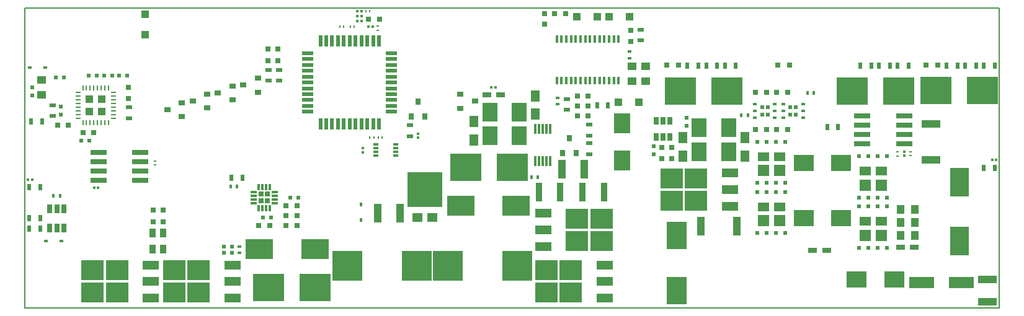
<source format=gbr>
G04 #@! TF.FileFunction,Paste,Top*
%FSLAX46Y46*%
G04 Gerber Fmt 4.6, Leading zero omitted, Abs format (unit mm)*
G04 Created by KiCad (PCBNEW 4.0.7) date 06/14/18 16:52:46*
%MOMM*%
%LPD*%
G01*
G04 APERTURE LIST*
%ADD10C,0.100000*%
%ADD11C,0.150000*%
%ADD12R,0.600000X0.500000*%
%ADD13R,0.500000X0.600000*%
%ADD14R,0.900000X0.500000*%
%ADD15R,0.750000X0.800000*%
%ADD16R,0.800000X0.750000*%
%ADD17R,1.250000X1.000000*%
%ADD18R,0.500000X0.900000*%
%ADD19R,0.700000X0.250000*%
%ADD20R,0.250000X0.700000*%
%ADD21R,1.035000X1.035000*%
%ADD22R,4.100000X4.100000*%
%ADD23R,0.300000X0.350000*%
%ADD24R,0.350000X0.300000*%
%ADD25R,3.750000X2.700000*%
%ADD26R,2.700000X3.750000*%
%ADD27R,3.500000X1.600000*%
%ADD28R,2.500000X1.000000*%
%ADD29R,2.500000X4.000000*%
%ADD30R,1.000000X1.250000*%
%ADD31R,0.800000X0.800000*%
%ADD32R,1.100000X1.100000*%
%ADD33R,0.900000X0.800000*%
%ADD34R,1.400000X1.270000*%
%ADD35R,4.720000X4.800000*%
%ADD36R,4.241800X3.810000*%
%ADD37R,0.300000X1.450000*%
%ADD38R,0.280000X0.430000*%
%ADD39R,0.900000X2.500000*%
%ADD40R,2.200000X2.700000*%
%ADD41R,2.700000X2.200000*%
%ADD42R,0.630000X0.450000*%
%ADD43R,0.480000X0.630000*%
%ADD44R,1.570000X1.235000*%
%ADD45R,1.570000X1.585000*%
%ADD46R,0.490000X0.490000*%
%ADD47R,0.800000X0.900000*%
%ADD48R,2.200000X1.200000*%
%ADD49R,3.050000X2.750000*%
%ADD50R,0.430000X0.280000*%
%ADD51R,0.400000X0.600000*%
%ADD52R,0.600000X0.400000*%
%ADD53R,1.000000X2.500000*%
%ADD54R,2.199640X0.797560*%
%ADD55R,0.550000X1.500000*%
%ADD56R,1.500000X0.550000*%
%ADD57R,0.650000X1.220000*%
%ADD58R,0.813000X0.305000*%
%ADD59R,0.305000X0.813000*%
%ADD60R,0.700000X0.700000*%
%ADD61R,0.650000X1.060000*%
%ADD62R,0.400000X1.100000*%
%ADD63R,0.749300X0.299720*%
%ADD64R,0.600000X0.450000*%
%ADD65R,0.450000X0.600000*%
%ADD66R,0.900000X1.200000*%
%ADD67R,1.250000X1.500000*%
%ADD68R,1.200000X0.750000*%
%ADD69R,2.000000X2.500000*%
G04 APERTURE END LIST*
D10*
D11*
X25000000Y-164000000D02*
X25000000Y-123000000D01*
X158000000Y-164000000D02*
X25000000Y-164000000D01*
X158000000Y-123000000D02*
X158000000Y-164000000D01*
X25000000Y-123000000D02*
X158000000Y-123000000D01*
D12*
X35790000Y-132250000D03*
X36890000Y-132250000D03*
D13*
X29920000Y-137570000D03*
X29920000Y-136470000D03*
D12*
X30310000Y-132540000D03*
X29210000Y-132540000D03*
X33740000Y-132250000D03*
X34840000Y-132250000D03*
X37840000Y-132250000D03*
X38940000Y-132250000D03*
X32710000Y-141110000D03*
X33810000Y-141110000D03*
D14*
X28770000Y-137790000D03*
X28770000Y-136290000D03*
D15*
X39150000Y-133870000D03*
X39150000Y-135370000D03*
D16*
X29440000Y-139000000D03*
X30940000Y-139000000D03*
D17*
X27310000Y-134880000D03*
X27310000Y-132880000D03*
D18*
X27330000Y-138540000D03*
X25830000Y-138540000D03*
D14*
X39200000Y-136570000D03*
X39200000Y-138070000D03*
D19*
X32250000Y-134560000D03*
X32250000Y-135060000D03*
X32250000Y-135560000D03*
X32250000Y-136060000D03*
X32250000Y-136560000D03*
X32250000Y-137060000D03*
X32250000Y-137560000D03*
X32250000Y-138060000D03*
D20*
X32900000Y-138710000D03*
X33400000Y-138710000D03*
X33900000Y-138710000D03*
X34400000Y-138710000D03*
X34900000Y-138710000D03*
X35400000Y-138710000D03*
X35900000Y-138710000D03*
X36400000Y-138710000D03*
D19*
X37050000Y-138060000D03*
X37050000Y-137560000D03*
X37050000Y-137060000D03*
X37050000Y-136560000D03*
X37050000Y-136060000D03*
X37050000Y-135560000D03*
X37050000Y-135060000D03*
X37050000Y-134560000D03*
D20*
X36400000Y-133910000D03*
X35900000Y-133910000D03*
X35400000Y-133910000D03*
X34900000Y-133910000D03*
X34400000Y-133910000D03*
X33900000Y-133910000D03*
X33400000Y-133910000D03*
X32900000Y-133910000D03*
D21*
X35512500Y-137172500D03*
X35512500Y-135447500D03*
X33787500Y-137172500D03*
X33787500Y-135447500D03*
D22*
X78500000Y-158250000D03*
X69000000Y-158250000D03*
D23*
X35010000Y-147590000D03*
X34450000Y-147590000D03*
D24*
X145040000Y-142640000D03*
X145040000Y-143200000D03*
D23*
X70920000Y-123420000D03*
X70360000Y-123420000D03*
X70920000Y-124120000D03*
X70360000Y-124120000D03*
X70920000Y-124820000D03*
X70360000Y-124820000D03*
D16*
X71920000Y-124530000D03*
X73420000Y-124530000D03*
D23*
X71920000Y-125560000D03*
X72480000Y-125560000D03*
D24*
X71090000Y-142180000D03*
X71090000Y-142740000D03*
X78670000Y-140750000D03*
X78670000Y-140190000D03*
D16*
X62130000Y-151410000D03*
X60630000Y-151410000D03*
D12*
X61230000Y-148960000D03*
X62330000Y-148960000D03*
D16*
X62130000Y-150060000D03*
X60630000Y-150060000D03*
X62130000Y-152760000D03*
X60630000Y-152760000D03*
D12*
X57520000Y-151650000D03*
X58620000Y-151650000D03*
D16*
X58430000Y-152750000D03*
X56930000Y-152750000D03*
D25*
X64565000Y-155960000D03*
X57015000Y-155960000D03*
D12*
X52190000Y-156450000D03*
X53290000Y-156450000D03*
X52190000Y-155600000D03*
X53290000Y-155600000D03*
D26*
X113990000Y-161625000D03*
X113990000Y-154075000D03*
D25*
X84515000Y-150050000D03*
X92065000Y-150050000D03*
D23*
X88670000Y-133890000D03*
X89230000Y-133890000D03*
D15*
X113250000Y-142100000D03*
X113250000Y-143600000D03*
X111900000Y-142100000D03*
X111900000Y-143600000D03*
D13*
X110800000Y-143000000D03*
X110800000Y-141900000D03*
X115290000Y-137980000D03*
X115290000Y-139080000D03*
D16*
X127610000Y-139640000D03*
X129110000Y-139640000D03*
X126250000Y-134540000D03*
X124750000Y-134540000D03*
X127600000Y-134540000D03*
X129100000Y-134540000D03*
X126260000Y-139640000D03*
X124760000Y-139640000D03*
D23*
X157040000Y-143780000D03*
X157600000Y-143780000D03*
D16*
X98820000Y-123750000D03*
X97320000Y-123750000D03*
D15*
X95970000Y-123750000D03*
X95970000Y-125250000D03*
D27*
X147440000Y-160510000D03*
X152840000Y-160510000D03*
D17*
X109740000Y-133010000D03*
X109740000Y-131010000D03*
X107910000Y-133010000D03*
X107910000Y-131010000D03*
D16*
X100390000Y-136390000D03*
X101890000Y-136390000D03*
D28*
X156400000Y-163150000D03*
X156400000Y-160150000D03*
D29*
X152590000Y-146820000D03*
X152590000Y-154820000D03*
D30*
X144490000Y-154130000D03*
X146490000Y-154130000D03*
X144490000Y-152330000D03*
X146490000Y-152330000D03*
X144490000Y-150530000D03*
X146490000Y-150530000D03*
D16*
X100380000Y-135030000D03*
X101880000Y-135030000D03*
X100390000Y-137750000D03*
X101890000Y-137750000D03*
D15*
X107680000Y-127610000D03*
X107680000Y-126110000D03*
D31*
X59540000Y-130250000D03*
X59540000Y-128650000D03*
D32*
X41400000Y-126700000D03*
X41400000Y-123900000D03*
D33*
X46430000Y-137840000D03*
X46430000Y-135940000D03*
X44430000Y-136890000D03*
X49890000Y-136690000D03*
X49890000Y-134790000D03*
X47890000Y-135740000D03*
X53340000Y-135590000D03*
X53340000Y-133690000D03*
X51340000Y-134640000D03*
X56790000Y-134500000D03*
X56790000Y-132600000D03*
X54790000Y-133550000D03*
D34*
X80620000Y-151660000D03*
D35*
X79580000Y-147860000D03*
D34*
X78540000Y-151660000D03*
D31*
X114240000Y-130850000D03*
X112640000Y-130850000D03*
X58190000Y-130250000D03*
X58190000Y-128650000D03*
X149600000Y-130850000D03*
X148000000Y-130850000D03*
X129360000Y-130850000D03*
X127760000Y-130850000D03*
D32*
X100320000Y-124250000D03*
X103120000Y-124250000D03*
X107560000Y-124250000D03*
X104760000Y-124250000D03*
X105970000Y-135890000D03*
X108770000Y-135890000D03*
D36*
X58272300Y-161210000D03*
X64647700Y-161210000D03*
X120817700Y-134340000D03*
X114442300Y-134340000D03*
X149322300Y-134320000D03*
X155697700Y-134320000D03*
X137892300Y-134330000D03*
X144267700Y-134330000D03*
D37*
X96670000Y-139530000D03*
X96170000Y-139530000D03*
X95670000Y-139530000D03*
X95170000Y-139530000D03*
X94670000Y-139530000D03*
X94670000Y-143930000D03*
X95170000Y-143930000D03*
X95670000Y-143930000D03*
X96170000Y-143930000D03*
X96670000Y-143930000D03*
D38*
X71560000Y-123470000D03*
X72080000Y-123470000D03*
D39*
X98040000Y-148200000D03*
X95140000Y-148200000D03*
D22*
X92240000Y-158250000D03*
X82740000Y-158250000D03*
D39*
X101120000Y-148200000D03*
X104020000Y-148200000D03*
D40*
X106500000Y-143850000D03*
X106500000Y-138750000D03*
D41*
X136400000Y-144150000D03*
X131300000Y-144150000D03*
X136400000Y-151700000D03*
X131300000Y-151700000D03*
X143650000Y-160150000D03*
X138550000Y-160150000D03*
D42*
X131200000Y-138040000D03*
X131200000Y-137090000D03*
X131200000Y-136140000D03*
X128520000Y-136140000D03*
X128520000Y-137090000D03*
X128520000Y-138040000D03*
D43*
X129460000Y-136565000D03*
X129460000Y-137615000D03*
X130260000Y-136565000D03*
X130260000Y-137615000D03*
D42*
X127350000Y-138040000D03*
X127350000Y-137090000D03*
X127350000Y-136140000D03*
X124670000Y-136140000D03*
X124670000Y-137090000D03*
X124670000Y-138040000D03*
D43*
X125610000Y-136565000D03*
X125610000Y-137615000D03*
X126410000Y-136565000D03*
X126410000Y-137615000D03*
D44*
X127995000Y-150162500D03*
X125805000Y-150162500D03*
D45*
X127995000Y-152072500D03*
X125805000Y-152072500D03*
D46*
X126265000Y-148160000D03*
X127535000Y-148160000D03*
X128805000Y-148160000D03*
X124995000Y-148160000D03*
X124995000Y-153760000D03*
X128805000Y-153760000D03*
X127535000Y-153760000D03*
X126265000Y-153760000D03*
D44*
X127995000Y-143312500D03*
X125805000Y-143312500D03*
D45*
X127995000Y-145222500D03*
X125805000Y-145222500D03*
D46*
X126265000Y-141310000D03*
X127535000Y-141310000D03*
X128805000Y-141310000D03*
X124995000Y-141310000D03*
X124995000Y-146910000D03*
X128805000Y-146910000D03*
X127535000Y-146910000D03*
X126265000Y-146910000D03*
D44*
X141885000Y-152152500D03*
X139695000Y-152152500D03*
D45*
X141885000Y-154062500D03*
X139695000Y-154062500D03*
D46*
X140155000Y-150150000D03*
X141425000Y-150150000D03*
X142695000Y-150150000D03*
X138885000Y-150150000D03*
X138885000Y-155750000D03*
X142695000Y-155750000D03*
X141425000Y-155750000D03*
X140155000Y-155750000D03*
D44*
X141885000Y-145302500D03*
X139695000Y-145302500D03*
D45*
X141885000Y-147212500D03*
X139695000Y-147212500D03*
D46*
X140155000Y-143300000D03*
X141425000Y-143300000D03*
X142695000Y-143300000D03*
X138885000Y-143300000D03*
X138885000Y-148900000D03*
X142695000Y-148900000D03*
X141425000Y-148900000D03*
X140155000Y-148900000D03*
D47*
X77690000Y-137800000D03*
X79590000Y-137800000D03*
X78640000Y-135800000D03*
D48*
X53340000Y-162680000D03*
X53340000Y-160400000D03*
X53340000Y-158120000D03*
D49*
X45365000Y-158875000D03*
X48715000Y-161925000D03*
X45365000Y-161925000D03*
X48715000Y-158875000D03*
D48*
X42190000Y-162680000D03*
X42190000Y-160400000D03*
X42190000Y-158120000D03*
D49*
X34215000Y-158875000D03*
X37565000Y-161925000D03*
X34215000Y-161925000D03*
X37565000Y-158875000D03*
D47*
X98370000Y-142800000D03*
X100270000Y-142800000D03*
X99320000Y-140800000D03*
D48*
X95740000Y-151070000D03*
X95740000Y-153350000D03*
X95740000Y-155630000D03*
D49*
X103715000Y-154875000D03*
X100365000Y-151825000D03*
X103715000Y-151825000D03*
X100365000Y-154875000D03*
D48*
X104140000Y-162680000D03*
X104140000Y-160400000D03*
X104140000Y-158120000D03*
D49*
X96165000Y-158875000D03*
X99515000Y-161925000D03*
X96165000Y-161925000D03*
X99515000Y-158875000D03*
D48*
X121240000Y-150080000D03*
X121240000Y-147800000D03*
X121240000Y-145520000D03*
D49*
X113265000Y-146275000D03*
X116615000Y-149325000D03*
X113265000Y-149325000D03*
X116615000Y-146275000D03*
D50*
X145910000Y-142690000D03*
X145910000Y-143210000D03*
D14*
X59690000Y-132950000D03*
X59690000Y-131450000D03*
D50*
X42740000Y-144480000D03*
X42740000Y-143960000D03*
X144120000Y-143220000D03*
X144120000Y-142700000D03*
D38*
X69910000Y-125560000D03*
X69390000Y-125560000D03*
X67970000Y-125580000D03*
X68490000Y-125580000D03*
D50*
X73190000Y-125520000D03*
X73190000Y-126040000D03*
D38*
X72090000Y-140710000D03*
X72610000Y-140710000D03*
X73770000Y-140700000D03*
X73250000Y-140700000D03*
D14*
X77590000Y-140550000D03*
X77590000Y-139050000D03*
D18*
X25600000Y-153190000D03*
X27100000Y-153190000D03*
X27100000Y-151740000D03*
X25600000Y-151740000D03*
D51*
X28900000Y-148700000D03*
X29800000Y-148700000D03*
X53050000Y-147410000D03*
X53950000Y-147410000D03*
D52*
X54240000Y-156500000D03*
X54240000Y-155600000D03*
D51*
X94120000Y-146100000D03*
X95020000Y-146100000D03*
D18*
X54700000Y-146210000D03*
X53200000Y-146210000D03*
D53*
X117290000Y-152850000D03*
X122190000Y-152850000D03*
D18*
X155900000Y-144850000D03*
X157400000Y-144850000D03*
D51*
X123680000Y-137710000D03*
X122780000Y-137710000D03*
D28*
X148690000Y-143770000D03*
X148690000Y-138870000D03*
D51*
X131820000Y-134630000D03*
X132720000Y-134630000D03*
D18*
X120540000Y-130900000D03*
X122040000Y-130900000D03*
X117990000Y-130900000D03*
X119490000Y-130900000D03*
X157400000Y-130890000D03*
X155900000Y-130890000D03*
X154850000Y-130890000D03*
X153350000Y-130890000D03*
X144140000Y-130900000D03*
X145640000Y-130900000D03*
X141590000Y-130900000D03*
X143090000Y-130900000D03*
D14*
X58240000Y-132950000D03*
X58240000Y-131450000D03*
D18*
X115440000Y-130900000D03*
X116940000Y-130900000D03*
X152300000Y-130890000D03*
X150800000Y-130890000D03*
X139040000Y-130900000D03*
X140540000Y-130900000D03*
D52*
X107490000Y-129850000D03*
X107490000Y-128950000D03*
D18*
X104610000Y-136340000D03*
X103110000Y-136340000D03*
D14*
X102000000Y-143000000D03*
X102000000Y-141500000D03*
X102000000Y-138950000D03*
X102000000Y-140450000D03*
X98960000Y-135440000D03*
X98960000Y-136940000D03*
X109090000Y-125950000D03*
X109090000Y-127450000D03*
D52*
X97750000Y-135290000D03*
X97750000Y-136190000D03*
D54*
X40767660Y-146582460D03*
X40767660Y-145312460D03*
X40767660Y-144047540D03*
X40767660Y-142777540D03*
X35032340Y-142777540D03*
X35032340Y-144047540D03*
X35032340Y-145312460D03*
X35032340Y-146582460D03*
X145057660Y-141582460D03*
X145057660Y-140312460D03*
X145057660Y-139047540D03*
X145057660Y-137777540D03*
X139322340Y-137777540D03*
X139322340Y-139047540D03*
X139322340Y-140312460D03*
X139322340Y-141582460D03*
D55*
X65330000Y-138890000D03*
X66130000Y-138890000D03*
X66930000Y-138890000D03*
X67730000Y-138890000D03*
X68530000Y-138890000D03*
X69330000Y-138890000D03*
X70130000Y-138890000D03*
X70930000Y-138890000D03*
X71730000Y-138890000D03*
X72530000Y-138890000D03*
X73330000Y-138890000D03*
D56*
X75030000Y-137190000D03*
X75030000Y-136390000D03*
X75030000Y-135590000D03*
X75030000Y-134790000D03*
X75030000Y-133990000D03*
X75030000Y-133190000D03*
X75030000Y-132390000D03*
X75030000Y-131590000D03*
X75030000Y-130790000D03*
X75030000Y-129990000D03*
X75030000Y-129190000D03*
D55*
X73330000Y-127490000D03*
X72530000Y-127490000D03*
X71730000Y-127490000D03*
X70930000Y-127490000D03*
X70130000Y-127490000D03*
X69330000Y-127490000D03*
X68530000Y-127490000D03*
X67730000Y-127490000D03*
X66930000Y-127490000D03*
X66130000Y-127490000D03*
X65330000Y-127490000D03*
D56*
X63630000Y-129190000D03*
X63630000Y-129990000D03*
X63630000Y-130790000D03*
X63630000Y-131590000D03*
X63630000Y-132390000D03*
X63630000Y-133190000D03*
X63630000Y-133990000D03*
X63630000Y-134790000D03*
X63630000Y-135590000D03*
X63630000Y-136390000D03*
X63630000Y-137190000D03*
D57*
X28400000Y-153040000D03*
X29350000Y-153040000D03*
X30300000Y-153040000D03*
X30300000Y-150420000D03*
X29350000Y-150420000D03*
X28400000Y-150420000D03*
D58*
X56202000Y-148160000D03*
X56202000Y-148660000D03*
X56202000Y-149160000D03*
X56202000Y-149660000D03*
D59*
X56900000Y-150358000D03*
X57400000Y-150358000D03*
X57900000Y-150358000D03*
X58400000Y-150358000D03*
D58*
X59098000Y-149660000D03*
X59098000Y-149160000D03*
X59098000Y-148660000D03*
X59098000Y-148160000D03*
D59*
X58400000Y-147462000D03*
X57900000Y-147462000D03*
X57400000Y-147462000D03*
X56900000Y-147462000D03*
D60*
X58100000Y-149360000D03*
X58100000Y-148460000D03*
X57200000Y-149360000D03*
X57200000Y-148460000D03*
D33*
X84420000Y-134810000D03*
X84420000Y-136710000D03*
X86420000Y-135760000D03*
D61*
X113050000Y-138400000D03*
X112100000Y-138400000D03*
X111150000Y-138400000D03*
X111150000Y-140600000D03*
X113050000Y-140600000D03*
X112100000Y-140600000D03*
D62*
X97595000Y-132960000D03*
X98245000Y-132960000D03*
X98895000Y-132960000D03*
X99545000Y-132960000D03*
X100195000Y-132960000D03*
X100845000Y-132960000D03*
X101495000Y-132960000D03*
X102145000Y-132960000D03*
X102795000Y-132960000D03*
X103445000Y-132960000D03*
X104095000Y-132960000D03*
X104745000Y-132960000D03*
X105395000Y-132960000D03*
X106045000Y-132960000D03*
X106045000Y-127260000D03*
X105395000Y-127260000D03*
X104745000Y-127260000D03*
X104095000Y-127260000D03*
X103445000Y-127260000D03*
X102795000Y-127260000D03*
X102145000Y-127260000D03*
X101495000Y-127260000D03*
X100845000Y-127260000D03*
X100195000Y-127260000D03*
X99545000Y-127260000D03*
X98895000Y-127260000D03*
X98245000Y-127260000D03*
X97595000Y-127260000D03*
D63*
X72875860Y-141650700D03*
X72875860Y-142151080D03*
X72875860Y-142648920D03*
X72875860Y-143149300D03*
X75624140Y-143149300D03*
X75624140Y-142648920D03*
X75624140Y-142151080D03*
X75624140Y-141650700D03*
D23*
X25400000Y-146450000D03*
X25960000Y-146450000D03*
D36*
X85142300Y-144800000D03*
X91517700Y-144800000D03*
D18*
X25600000Y-147520000D03*
X27100000Y-147520000D03*
D64*
X27750000Y-131150000D03*
X25650000Y-131150000D03*
X27850000Y-154900000D03*
X29950000Y-154900000D03*
D65*
X70880000Y-149900000D03*
X70880000Y-152000000D03*
D31*
X42540000Y-152240000D03*
X42540000Y-150640000D03*
X43890000Y-152250000D03*
X43890000Y-150650000D03*
D66*
X42390000Y-155990000D03*
X42390000Y-153790000D03*
X43840000Y-156000000D03*
X43840000Y-153800000D03*
D53*
X73170000Y-151050000D03*
X76170000Y-151050000D03*
X98320000Y-145050000D03*
X101320000Y-145050000D03*
D67*
X94700000Y-137530000D03*
X94700000Y-135030000D03*
X86250000Y-141060000D03*
X86250000Y-138560000D03*
X123280000Y-143260000D03*
X123280000Y-140760000D03*
X114830000Y-143250000D03*
X114830000Y-140750000D03*
D68*
X146390000Y-155700000D03*
X144490000Y-155700000D03*
X132520000Y-156130000D03*
X134420000Y-156130000D03*
X88020000Y-134910000D03*
X89920000Y-134910000D03*
D69*
X117050000Y-142650000D03*
X121050000Y-142650000D03*
X88470000Y-137210000D03*
X92470000Y-137210000D03*
X92470000Y-140460000D03*
X88470000Y-140460000D03*
X117050000Y-139400000D03*
X121050000Y-139400000D03*
D13*
X25980000Y-134950000D03*
X25980000Y-133850000D03*
D18*
X136010000Y-139240000D03*
X134510000Y-139240000D03*
D16*
X34410000Y-140010000D03*
X32910000Y-140010000D03*
M02*

</source>
